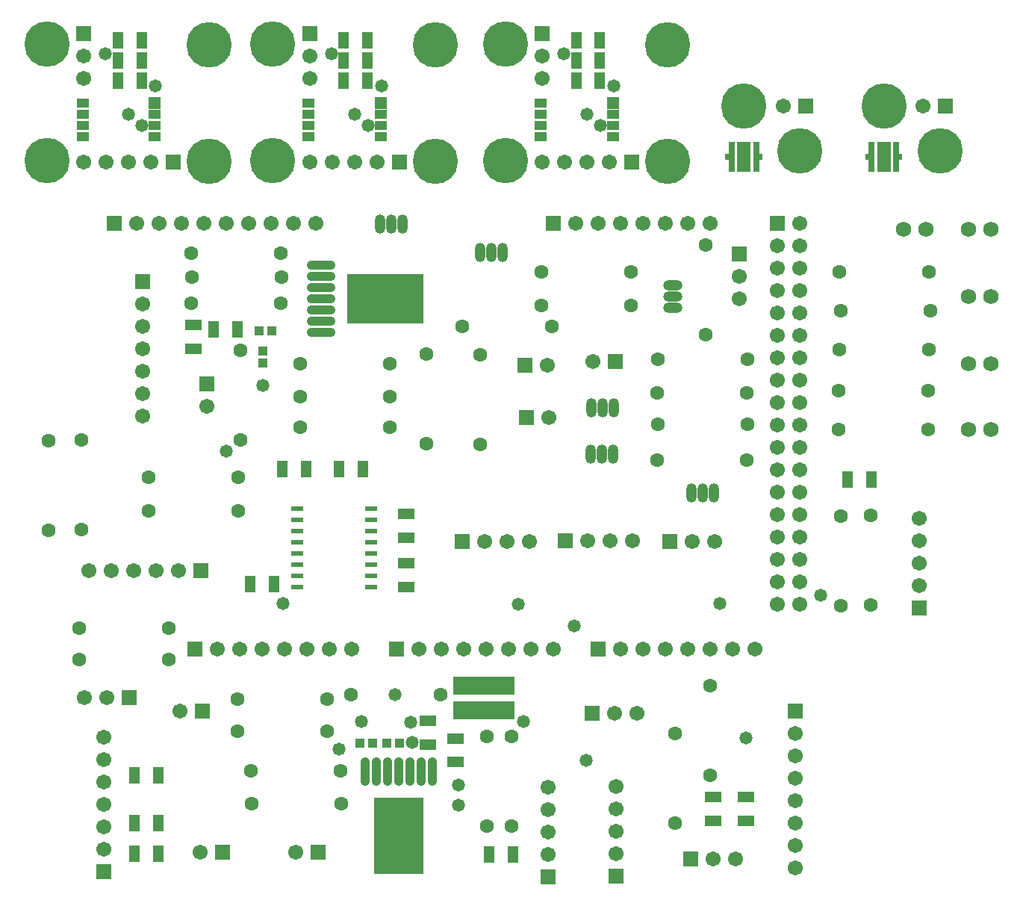
<source format=gts>
%FSLAX25Y25*%
%MOIN*%
G70*
G01*
G75*
G04 Layer_Color=8388736*
%ADD10R,0.01575X0.01969*%
%ADD11R,0.01969X0.12992*%
%ADD12R,0.05118X0.12992*%
%ADD13R,0.04724X0.03150*%
%ADD14R,0.04724X0.04724*%
%ADD15R,0.04331X0.06693*%
%ADD16R,0.04750X0.01600*%
%ADD17R,0.06693X0.04331*%
%ADD18R,0.03543X0.03150*%
%ADD19R,0.03150X0.03543*%
%ADD20O,0.12047X0.03504*%
%ADD21R,0.33622X0.21063*%
%ADD22O,0.03504X0.12047*%
%ADD23R,0.21063X0.33622*%
%ADD24R,0.26772X0.07087*%
%ADD25C,0.01000*%
%ADD26C,0.05906*%
%ADD27R,0.05906X0.05906*%
%ADD28C,0.19400*%
%ADD29R,0.05906X0.05906*%
%ADD30C,0.05512*%
%ADD31O,0.03937X0.07874*%
%ADD32O,0.03937X0.07874*%
%ADD33C,0.06000*%
%ADD34O,0.07874X0.03937*%
%ADD35O,0.07874X0.03937*%
%ADD36C,0.05000*%
%ADD37C,0.02598*%
%ADD38C,0.00500*%
%ADD39C,0.00787*%
%ADD40C,0.00300*%
%ADD41C,0.00400*%
%ADD42C,0.00333*%
%ADD43C,0.00750*%
%ADD44R,0.02375X0.02769*%
%ADD45R,0.02769X0.13792*%
%ADD46R,0.05918X0.13792*%
%ADD47R,0.05524X0.03950*%
%ADD48R,0.05524X0.05524*%
%ADD49R,0.05131X0.07493*%
%ADD50R,0.05550X0.02400*%
%ADD51R,0.07493X0.05131*%
%ADD52R,0.04343X0.03950*%
%ADD53R,0.03950X0.04343*%
%ADD54O,0.12835X0.04291*%
%ADD55R,0.34409X0.21850*%
%ADD56O,0.04291X0.12835*%
%ADD57R,0.21850X0.34409*%
%ADD58R,0.27575X0.07890*%
%ADD59C,0.06706*%
%ADD60R,0.06706X0.06706*%
%ADD61C,0.20200*%
%ADD62R,0.06706X0.06706*%
%ADD63C,0.06312*%
%ADD64O,0.04737X0.08674*%
%ADD65O,0.04737X0.08674*%
%ADD66C,0.06800*%
%ADD67O,0.08674X0.04737*%
%ADD68O,0.08674X0.04737*%
%ADD69C,0.05800*%
%ADD70C,0.03402*%
D44*
X425443Y334500D02*
D03*
X410877D02*
D03*
X362957D02*
D03*
X348390D02*
D03*
D45*
X423672D02*
D03*
X412648D02*
D03*
X361185D02*
D03*
X350162D02*
D03*
D46*
X418160D02*
D03*
X355673D02*
D03*
D47*
X265123Y343500D02*
D03*
Y348500D02*
D03*
Y353500D02*
D03*
Y358500D02*
D03*
X297406Y353500D02*
D03*
Y343500D02*
D03*
Y348500D02*
D03*
X161315Y343500D02*
D03*
Y348500D02*
D03*
Y353500D02*
D03*
Y358500D02*
D03*
X193599Y353500D02*
D03*
Y343500D02*
D03*
Y348500D02*
D03*
X60500Y343500D02*
D03*
Y348500D02*
D03*
Y353500D02*
D03*
Y358500D02*
D03*
X92783Y353500D02*
D03*
Y343500D02*
D03*
Y348500D02*
D03*
D48*
X297406Y358500D02*
D03*
X193599D02*
D03*
X92783D02*
D03*
D49*
X280808Y386500D02*
D03*
X291438D02*
D03*
Y368500D02*
D03*
X280808D02*
D03*
Y377500D02*
D03*
X291438D02*
D03*
X177000Y386500D02*
D03*
X187630D02*
D03*
Y368500D02*
D03*
X177000D02*
D03*
Y377500D02*
D03*
X187630D02*
D03*
X76185Y386500D02*
D03*
X86815D02*
D03*
Y368500D02*
D03*
X76185D02*
D03*
Y377500D02*
D03*
X86815D02*
D03*
X83685Y58428D02*
D03*
X94315D02*
D03*
X83506Y23212D02*
D03*
X94136D02*
D03*
X83506Y36874D02*
D03*
X94136D02*
D03*
X412752Y190427D02*
D03*
X402122D02*
D03*
X252523Y22977D02*
D03*
X241893D02*
D03*
X129740Y257228D02*
D03*
X119110D02*
D03*
X149781Y195082D02*
D03*
X160411D02*
D03*
X174845D02*
D03*
X185475D02*
D03*
X135197Y143686D02*
D03*
X145827D02*
D03*
D50*
X189298Y152462D02*
D03*
Y157462D02*
D03*
Y162462D02*
D03*
Y177462D02*
D03*
Y172462D02*
D03*
Y167462D02*
D03*
Y147462D02*
D03*
Y142462D02*
D03*
X156298D02*
D03*
Y147462D02*
D03*
Y167462D02*
D03*
Y172462D02*
D03*
Y177462D02*
D03*
Y162462D02*
D03*
Y157462D02*
D03*
Y152462D02*
D03*
D51*
X356603Y48765D02*
D03*
Y38135D02*
D03*
X342021Y38051D02*
D03*
Y48681D02*
D03*
X110075Y259412D02*
D03*
Y248782D02*
D03*
X214742Y82671D02*
D03*
Y72041D02*
D03*
X226958Y64212D02*
D03*
Y74842D02*
D03*
X204795Y152996D02*
D03*
Y142366D02*
D03*
Y175150D02*
D03*
Y164520D02*
D03*
D52*
X140862Y242210D02*
D03*
Y247721D02*
D03*
D53*
X139281Y256837D02*
D03*
X144792D02*
D03*
X184350Y72849D02*
D03*
X189862D02*
D03*
X201855Y72697D02*
D03*
X196343D02*
D03*
D54*
X166949Y285975D02*
D03*
Y280975D02*
D03*
Y275975D02*
D03*
Y270975D02*
D03*
Y265975D02*
D03*
Y260975D02*
D03*
Y255975D02*
D03*
D55*
X195709Y270975D02*
D03*
D56*
X216494Y59977D02*
D03*
X211494D02*
D03*
X206494D02*
D03*
X201494D02*
D03*
X196494D02*
D03*
X191494D02*
D03*
X186494D02*
D03*
D57*
X201494Y31217D02*
D03*
D58*
X239531Y98231D02*
D03*
Y87208D02*
D03*
D59*
X435660Y357000D02*
D03*
X373173D02*
D03*
X295623Y332000D02*
D03*
X285623D02*
D03*
X275623D02*
D03*
X265623D02*
D03*
Y379500D02*
D03*
Y369500D02*
D03*
X191815Y332000D02*
D03*
X181815D02*
D03*
X171815D02*
D03*
X161815D02*
D03*
Y379500D02*
D03*
Y369500D02*
D03*
X91000Y332000D02*
D03*
X81000D02*
D03*
X71000D02*
D03*
X61000D02*
D03*
Y379500D02*
D03*
Y369500D02*
D03*
X298579Y53212D02*
D03*
Y43212D02*
D03*
Y33212D02*
D03*
Y23212D02*
D03*
X268401Y53026D02*
D03*
Y43026D02*
D03*
Y33026D02*
D03*
Y23026D02*
D03*
X112886Y23922D02*
D03*
X69927Y75311D02*
D03*
Y65311D02*
D03*
Y55311D02*
D03*
Y45311D02*
D03*
Y25311D02*
D03*
Y35311D02*
D03*
X341838Y20877D02*
D03*
X351838D02*
D03*
X84642Y304702D02*
D03*
X104642D02*
D03*
X114642D02*
D03*
X124642D02*
D03*
X134642D02*
D03*
X144642D02*
D03*
X154642D02*
D03*
X164642D02*
D03*
X94642D02*
D03*
X380642D02*
D03*
X370642Y294702D02*
D03*
X380642D02*
D03*
X370642Y284702D02*
D03*
X380642D02*
D03*
X370642Y274702D02*
D03*
X380642D02*
D03*
X370642Y264702D02*
D03*
X380642D02*
D03*
X370642Y254702D02*
D03*
X380642D02*
D03*
X370642Y244702D02*
D03*
X380642D02*
D03*
X370642Y234702D02*
D03*
X380642D02*
D03*
X370642Y224702D02*
D03*
X380642D02*
D03*
X370642Y214702D02*
D03*
X380642D02*
D03*
X370642Y204702D02*
D03*
X380642D02*
D03*
X370642Y194702D02*
D03*
X380642D02*
D03*
X370642Y184702D02*
D03*
X380642D02*
D03*
X370642Y174702D02*
D03*
X380642D02*
D03*
X370642Y164702D02*
D03*
X380642D02*
D03*
X370642Y154702D02*
D03*
X380642D02*
D03*
X370642Y144702D02*
D03*
X380642D02*
D03*
X370642Y134702D02*
D03*
X380642D02*
D03*
X340642Y304702D02*
D03*
X330642D02*
D03*
X320642D02*
D03*
X310642D02*
D03*
X300642D02*
D03*
X290642D02*
D03*
X280642D02*
D03*
X180642Y114702D02*
D03*
X170642D02*
D03*
X160642D02*
D03*
X150642D02*
D03*
X140642D02*
D03*
X130642D02*
D03*
X120642D02*
D03*
X87142Y258702D02*
D03*
Y268702D02*
D03*
Y248702D02*
D03*
Y238702D02*
D03*
Y228702D02*
D03*
Y218702D02*
D03*
X378790Y16874D02*
D03*
Y26874D02*
D03*
Y36874D02*
D03*
Y46874D02*
D03*
Y56874D02*
D03*
Y66874D02*
D03*
Y76874D02*
D03*
X155492Y24034D02*
D03*
X116000Y223000D02*
D03*
X268465Y218112D02*
D03*
X342624Y162743D02*
D03*
X332624D02*
D03*
X288455Y243147D02*
D03*
X268026Y241403D02*
D03*
X353750Y271044D02*
D03*
Y281044D02*
D03*
X286000Y163000D02*
D03*
X296000D02*
D03*
X306000D02*
D03*
X240000Y162743D02*
D03*
X250000D02*
D03*
X260000D02*
D03*
X307877Y86132D02*
D03*
X297877D02*
D03*
X360642Y114702D02*
D03*
X350642D02*
D03*
X340642D02*
D03*
X330642D02*
D03*
X320642D02*
D03*
X310642D02*
D03*
X300642D02*
D03*
X61376Y92926D02*
D03*
X71376D02*
D03*
X103274Y149809D02*
D03*
X93274D02*
D03*
X83274D02*
D03*
X73274D02*
D03*
X63274D02*
D03*
X104049Y87064D02*
D03*
X433804Y143000D02*
D03*
Y153000D02*
D03*
Y163000D02*
D03*
Y173000D02*
D03*
X270642Y114702D02*
D03*
X260642D02*
D03*
X250642D02*
D03*
X240642D02*
D03*
X230642D02*
D03*
X220642D02*
D03*
X210642D02*
D03*
D60*
X445660Y357000D02*
D03*
X383173D02*
D03*
X305623Y332000D02*
D03*
X201815D02*
D03*
X101000D02*
D03*
X122886Y23922D02*
D03*
X331838Y20877D02*
D03*
X74642Y304702D02*
D03*
X270642D02*
D03*
X110642Y114702D02*
D03*
X165492Y24034D02*
D03*
X258465Y218112D02*
D03*
X322624Y162743D02*
D03*
X298455Y243147D02*
D03*
X258026Y241403D02*
D03*
X276000Y163000D02*
D03*
X230000Y162743D02*
D03*
X287877Y86132D02*
D03*
X290642Y114702D02*
D03*
X81376Y92926D02*
D03*
X113274Y149809D02*
D03*
X114049Y87064D02*
D03*
X200642Y114702D02*
D03*
D61*
X443160Y337000D02*
D03*
X418160Y357000D02*
D03*
X380673Y337000D02*
D03*
X355673Y357000D02*
D03*
X249223Y384794D02*
D03*
X321623Y332500D02*
D03*
Y384500D02*
D03*
X249223Y332600D02*
D03*
X145415Y384794D02*
D03*
X217815Y332500D02*
D03*
Y384500D02*
D03*
X145415Y332600D02*
D03*
X44600Y384794D02*
D03*
X117000Y332500D02*
D03*
Y384500D02*
D03*
X44600Y332600D02*
D03*
D62*
X265623Y389500D02*
D03*
X161815D02*
D03*
X61000D02*
D03*
X298579Y13212D02*
D03*
X268401Y13026D02*
D03*
X69927Y15311D02*
D03*
X370642Y304702D02*
D03*
X87142Y278702D02*
D03*
X378790Y86874D02*
D03*
X116000Y233000D02*
D03*
X353750Y291044D02*
D03*
X433804Y133000D02*
D03*
D63*
X131000Y208000D02*
D03*
Y248000D02*
D03*
X230000Y258702D02*
D03*
X270000D02*
D03*
X109290Y280679D02*
D03*
X149290D02*
D03*
X148956Y268981D02*
D03*
X108956D02*
D03*
X197608Y227341D02*
D03*
X157608D02*
D03*
X197747Y242179D02*
D03*
X157747D02*
D03*
X324823Y77196D02*
D03*
Y37196D02*
D03*
X340599Y58428D02*
D03*
Y98428D02*
D03*
X412271Y134393D02*
D03*
Y174393D02*
D03*
X399087Y173954D02*
D03*
Y133954D02*
D03*
X251830Y75708D02*
D03*
Y35708D02*
D03*
X240836Y75769D02*
D03*
Y35768D02*
D03*
X398423Y283150D02*
D03*
X438423D02*
D03*
X398862Y265573D02*
D03*
X438862D02*
D03*
X398423Y248434D02*
D03*
X438423D02*
D03*
X397984Y229977D02*
D03*
X437984D02*
D03*
X397984Y212839D02*
D03*
X437984D02*
D03*
X357126Y215000D02*
D03*
X317126D02*
D03*
X197556Y213779D02*
D03*
X157556D02*
D03*
X214081Y206462D02*
D03*
Y246462D02*
D03*
X357000Y229000D02*
D03*
X317000D02*
D03*
X357126Y244000D02*
D03*
X317126D02*
D03*
X237811Y206023D02*
D03*
Y246023D02*
D03*
X108988Y291414D02*
D03*
X148988D02*
D03*
X169748Y77962D02*
D03*
X129748D02*
D03*
X169611Y92503D02*
D03*
X129611D02*
D03*
X135746Y60333D02*
D03*
X175746D02*
D03*
X220167Y94252D02*
D03*
X180167D02*
D03*
X59000Y109906D02*
D03*
X99000D02*
D03*
X135874Y45695D02*
D03*
X175874D02*
D03*
X99000Y124000D02*
D03*
X59000D02*
D03*
X89920Y176499D02*
D03*
X129920D02*
D03*
X89933Y191306D02*
D03*
X129933D02*
D03*
X60000Y208000D02*
D03*
Y168000D02*
D03*
X45335Y207791D02*
D03*
Y167791D02*
D03*
X305148Y283150D02*
D03*
X265148D02*
D03*
X305148Y268000D02*
D03*
X265148D02*
D03*
X338657Y255000D02*
D03*
Y295000D02*
D03*
X357000Y199109D02*
D03*
X317000D02*
D03*
D64*
X297303Y201839D02*
D03*
X292302D02*
D03*
X342126Y184275D02*
D03*
X337126D02*
D03*
X297742Y222493D02*
D03*
X292742D02*
D03*
X238000Y291795D02*
D03*
X243000D02*
D03*
X193350Y304539D02*
D03*
X198350D02*
D03*
D65*
X287302Y201839D02*
D03*
X332126Y184275D02*
D03*
X287742Y222493D02*
D03*
X248000Y291795D02*
D03*
X203350Y304539D02*
D03*
D66*
X466000Y212839D02*
D03*
X456000D02*
D03*
X466000Y242179D02*
D03*
X456000D02*
D03*
X466000Y272000D02*
D03*
X456000D02*
D03*
X466000Y302000D02*
D03*
X456000D02*
D03*
X437000D02*
D03*
X427000D02*
D03*
D67*
X324000Y267000D02*
D03*
Y272000D02*
D03*
D68*
Y277000D02*
D03*
D69*
X275373Y380250D02*
D03*
X297623Y366000D02*
D03*
X285623Y353500D02*
D03*
X291623Y348500D02*
D03*
X171565Y380250D02*
D03*
X193815Y366000D02*
D03*
X181815Y353500D02*
D03*
X187815Y348500D02*
D03*
X70750Y380250D02*
D03*
X93000Y366000D02*
D03*
X81000Y353500D02*
D03*
X87000Y348500D02*
D03*
X141000Y232433D02*
D03*
X228361Y53919D02*
D03*
X207481Y73007D02*
D03*
X228221Y44930D02*
D03*
X150086Y134994D02*
D03*
X174882Y69889D02*
D03*
X285148Y65132D02*
D03*
X345000Y134994D02*
D03*
X356682Y74899D02*
D03*
X206979Y82033D02*
D03*
X257425Y82426D02*
D03*
X389870Y138566D02*
D03*
X200077Y94313D02*
D03*
X185123Y82402D02*
D03*
X255000Y134702D02*
D03*
X280000Y125000D02*
D03*
X124642Y203000D02*
D03*
D70*
X206949Y278475D02*
D03*
Y270975D02*
D03*
Y263475D02*
D03*
X199449Y278475D02*
D03*
Y270975D02*
D03*
Y263475D02*
D03*
X191949Y270975D02*
D03*
Y263475D02*
D03*
X184449Y278475D02*
D03*
Y270975D02*
D03*
Y263475D02*
D03*
X191949Y278475D02*
D03*
X208994Y19977D02*
D03*
X201494D02*
D03*
X193994D02*
D03*
X208994Y27477D02*
D03*
X201494D02*
D03*
X193994D02*
D03*
X201494Y34977D02*
D03*
X193994D02*
D03*
X208994Y42477D02*
D03*
X201494D02*
D03*
X193994D02*
D03*
X208994Y34977D02*
D03*
M02*

</source>
